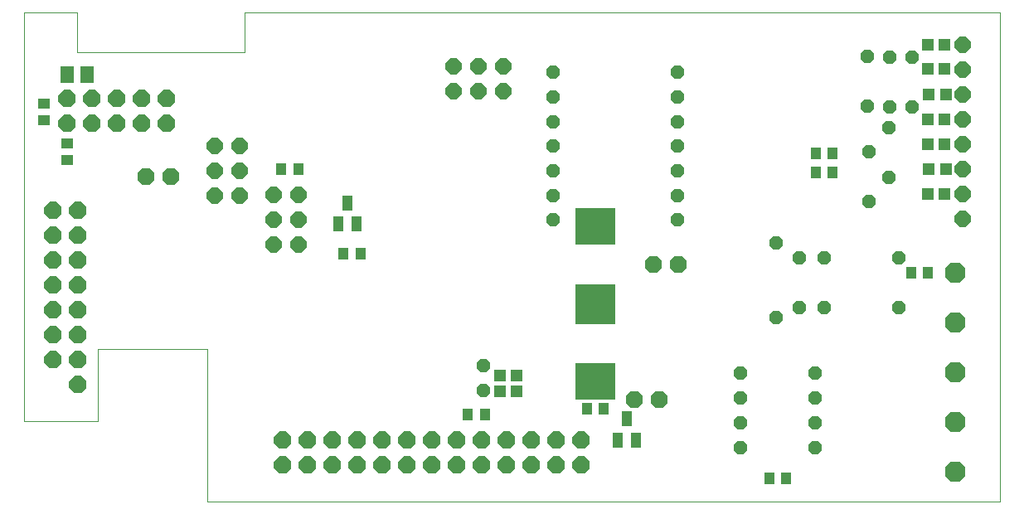
<source format=gbs>
G75*
%MOIN*%
%OFA0B0*%
%FSLAX24Y24*%
%IPPOS*%
%LPD*%
%AMOC8*
5,1,8,0,0,1.08239X$1,22.5*
%
%ADD10C,0.0000*%
%ADD11OC8,0.0827*%
%ADD12OC8,0.0560*%
%ADD13R,0.0434X0.0473*%
%ADD14R,0.0453X0.0465*%
%ADD15R,0.0434X0.0591*%
%ADD16OC8,0.0700*%
%ADD17R,0.0473X0.0434*%
%ADD18OC8,0.0670*%
%ADD19OC8,0.0640*%
%ADD20R,0.1615X0.1615*%
%ADD21R,0.1615X0.1457*%
%ADD22R,0.0552X0.0670*%
D10*
X013330Y005412D02*
X013330Y021869D01*
X015456Y021869D01*
X015456Y020254D01*
X022189Y020254D01*
X022189Y021869D01*
X052543Y021869D01*
X052543Y002183D01*
X020693Y002183D01*
X020693Y008325D01*
X016283Y008325D01*
X016283Y005412D01*
X013330Y005412D01*
D11*
X050742Y005389D03*
X050742Y007389D03*
X050742Y009389D03*
X050742Y011389D03*
X050742Y003389D03*
D12*
X045106Y004345D03*
X045106Y005345D03*
X045106Y006345D03*
X045106Y007345D03*
X042106Y007345D03*
X042106Y006345D03*
X042106Y005345D03*
X042106Y004345D03*
X043551Y009593D03*
X044480Y010002D03*
X045480Y010002D03*
X048480Y010002D03*
X048480Y012002D03*
X045480Y012002D03*
X044480Y012002D03*
X043551Y012593D03*
X047267Y014254D03*
X048094Y015239D03*
X047267Y016254D03*
X048094Y017239D03*
X048122Y018069D03*
X049027Y018069D03*
X047216Y018077D03*
X047216Y020077D03*
X048122Y020069D03*
X049027Y020069D03*
X039571Y019467D03*
X039571Y018443D03*
X039571Y017459D03*
X039571Y016475D03*
X039571Y015491D03*
X039571Y014506D03*
X039571Y013522D03*
X034571Y013522D03*
X034571Y014506D03*
X034571Y015491D03*
X034571Y016475D03*
X034571Y017459D03*
X034571Y018443D03*
X034571Y019467D03*
X031795Y007644D03*
X031795Y006644D03*
D13*
X031834Y005687D03*
X031165Y005687D03*
X035949Y005924D03*
X036618Y005924D03*
X043271Y003128D03*
X043941Y003128D03*
X048980Y011396D03*
X049649Y011396D03*
X045830Y015412D03*
X045161Y015412D03*
X045161Y016199D03*
X045830Y016199D03*
X026834Y012156D03*
X026165Y012156D03*
X024334Y015569D03*
X023665Y015569D03*
D14*
X032435Y007243D03*
X032435Y006632D03*
X033124Y006632D03*
X033124Y007243D03*
X049639Y014550D03*
X050328Y014550D03*
X050368Y015573D03*
X049679Y015573D03*
X049639Y016557D03*
X050328Y016557D03*
X050328Y017542D03*
X049639Y017542D03*
X049679Y018565D03*
X050368Y018565D03*
X050328Y019581D03*
X049639Y019581D03*
X049636Y020569D03*
X050324Y020569D03*
D15*
X026697Y013341D03*
X025949Y013341D03*
X026323Y014207D03*
X037543Y005530D03*
X037917Y004664D03*
X037169Y004664D03*
D16*
X035730Y004650D03*
X034730Y004650D03*
X033730Y004650D03*
X032730Y004650D03*
X031730Y004650D03*
X030730Y004650D03*
X029730Y004650D03*
X028730Y004650D03*
X027730Y004650D03*
X026730Y004650D03*
X025730Y004650D03*
X024730Y004650D03*
X023730Y004650D03*
X023730Y003650D03*
X024730Y003650D03*
X025730Y003650D03*
X026730Y003650D03*
X027730Y003650D03*
X028730Y003650D03*
X029730Y003650D03*
X030730Y003650D03*
X031730Y003650D03*
X032730Y003650D03*
X033730Y003650D03*
X034730Y003650D03*
X035730Y003650D03*
X015480Y006900D03*
X015480Y007900D03*
X014480Y007900D03*
X014480Y008900D03*
X015480Y008900D03*
X015480Y009900D03*
X014480Y009900D03*
X014480Y010900D03*
X015480Y010900D03*
X015480Y011900D03*
X014480Y011900D03*
X014480Y012900D03*
X015480Y012900D03*
X015480Y013900D03*
X014480Y013900D03*
X015063Y017376D03*
X016063Y017376D03*
X017063Y017376D03*
X018063Y017376D03*
X019063Y017376D03*
X019063Y018376D03*
X018063Y018376D03*
X017063Y018376D03*
X016063Y018376D03*
X015063Y018376D03*
D17*
X014130Y018199D03*
X014130Y017530D03*
X015051Y016593D03*
X015051Y015924D03*
D18*
X018224Y015270D03*
X019224Y015270D03*
X037858Y006294D03*
X038858Y006294D03*
X038618Y011711D03*
X039618Y011711D03*
D19*
X051047Y013565D03*
X051047Y014565D03*
X051047Y015565D03*
X051047Y016565D03*
X051047Y017565D03*
X051047Y018565D03*
X051047Y019565D03*
X051047Y020565D03*
X032598Y019691D03*
X031598Y019691D03*
X030598Y019691D03*
X030598Y018691D03*
X031598Y018691D03*
X032598Y018691D03*
X024342Y014522D03*
X023342Y014522D03*
X021980Y014491D03*
X020980Y014491D03*
X020980Y015491D03*
X021980Y015491D03*
X021980Y016491D03*
X020980Y016491D03*
X023342Y013522D03*
X024342Y013522D03*
X024342Y012522D03*
X023342Y012522D03*
D20*
X036283Y010136D03*
D21*
X036283Y013246D03*
X036283Y007026D03*
D22*
X015850Y019349D03*
X015063Y019349D03*
M02*

</source>
